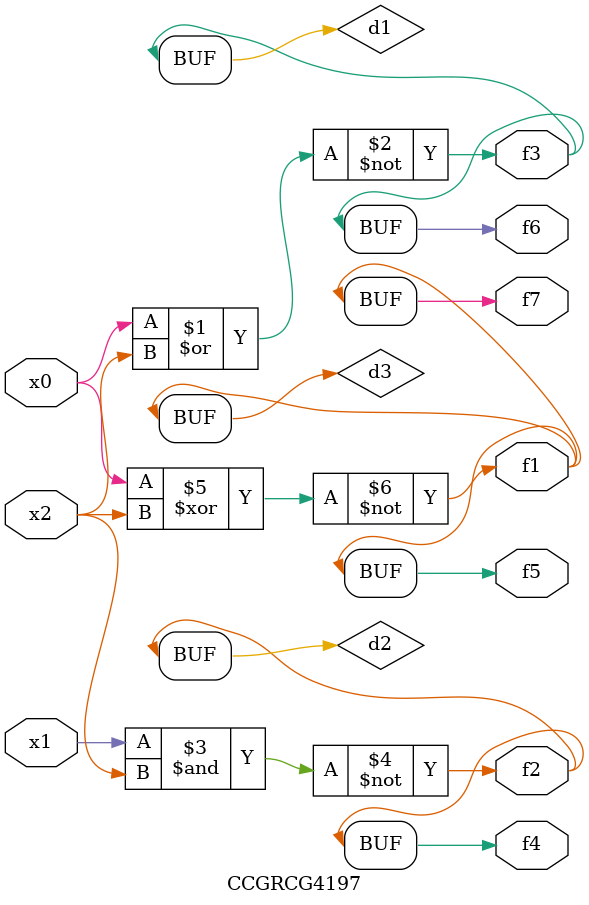
<source format=v>
module CCGRCG4197(
	input x0, x1, x2,
	output f1, f2, f3, f4, f5, f6, f7
);

	wire d1, d2, d3;

	nor (d1, x0, x2);
	nand (d2, x1, x2);
	xnor (d3, x0, x2);
	assign f1 = d3;
	assign f2 = d2;
	assign f3 = d1;
	assign f4 = d2;
	assign f5 = d3;
	assign f6 = d1;
	assign f7 = d3;
endmodule

</source>
